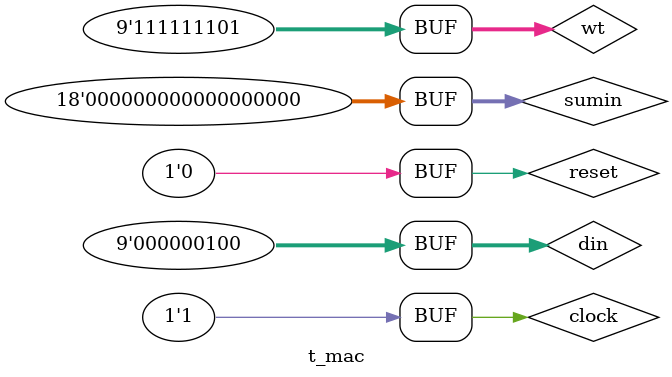
<source format=v>
`timescale 1ns / 1ps


module t_mac;

	reg [8:0] din;
	reg [8:0] wt;
	reg [17:0] sumin;
	reg clock;
	reg reset;

	wire [17:0] sumout;
	wire [8:0] x;

	mc uut (
		.din(din), 
		.wt(wt), 
		.sumin(sumin), 
		.sumout(sumout), 
		.x(x), 
		.clock(clock), 
		.reset(reset)
	);

		always
	begin
		clock=1'b0;
		#2;
		clock=1'b1;
		#2;
	end
	
	initial begin
		reset = 1;
		#4;
		reset = 0;
		din = 8'h02;
		wt = {1'b1,8'hFF};
		sumin = 8'b0;
		#4;
		din = 8'h03;
		wt = {1'b1,8'hFE};
		sumin = 8'b0;
		#4;
		din = 8'h04;
		wt = {1'b1,8'hFD};
		sumin = 8'b0;
		#4;
		
		#40;

	end
      
endmodule
</source>
